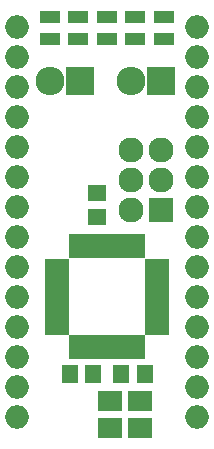
<source format=gts>
G04 #@! TF.FileFunction,Soldermask,Top*
%FSLAX46Y46*%
G04 Gerber Fmt 4.6, Leading zero omitted, Abs format (unit mm)*
G04 Created by KiCad (PCBNEW 4.0.2-stable) date 6/14/2016 9:54:22 PM*
%MOMM*%
G01*
G04 APERTURE LIST*
%ADD10C,0.100000*%
%ADD11R,1.650000X1.400000*%
%ADD12R,1.400000X1.650000*%
%ADD13R,2.432000X2.432000*%
%ADD14O,2.432000X2.432000*%
%ADD15R,1.700000X1.100000*%
%ADD16R,0.950000X2.000000*%
%ADD17R,2.000000X0.950000*%
%ADD18R,2.000000X1.800000*%
%ADD19R,2.127200X2.127200*%
%ADD20O,2.127200X2.127200*%
%ADD21O,2.000000X2.000000*%
G04 APERTURE END LIST*
D10*
D11*
X156908500Y-136509000D03*
X156908500Y-134509000D03*
D12*
X156575000Y-149796500D03*
X154575000Y-149796500D03*
X158956500Y-149796500D03*
X160956500Y-149796500D03*
D13*
X155448000Y-124968000D03*
D14*
X152908000Y-124968000D03*
D13*
X162306000Y-124968000D03*
D14*
X159766000Y-124968000D03*
D15*
X162560000Y-121473000D03*
X162560000Y-119573000D03*
X160147000Y-119573000D03*
X160147000Y-121473000D03*
X157734000Y-119573000D03*
X157734000Y-121473000D03*
X155321000Y-119573000D03*
X155321000Y-121473000D03*
X152908000Y-121473000D03*
X152908000Y-119573000D03*
D16*
X154934000Y-147506000D03*
X155734000Y-147506000D03*
X156534000Y-147506000D03*
X157334000Y-147506000D03*
X158134000Y-147506000D03*
X158934000Y-147506000D03*
X159734000Y-147506000D03*
X160534000Y-147506000D03*
D17*
X161984000Y-146056000D03*
X161984000Y-145256000D03*
X161984000Y-144456000D03*
X161984000Y-143656000D03*
X161984000Y-142856000D03*
X161984000Y-142056000D03*
X161984000Y-141256000D03*
X161984000Y-140456000D03*
D16*
X160534000Y-139006000D03*
X159734000Y-139006000D03*
X158934000Y-139006000D03*
X158134000Y-139006000D03*
X157334000Y-139006000D03*
X156534000Y-139006000D03*
X155734000Y-139006000D03*
X154934000Y-139006000D03*
D17*
X153484000Y-140456000D03*
X153484000Y-141256000D03*
X153484000Y-142056000D03*
X153484000Y-142856000D03*
X153484000Y-143656000D03*
X153484000Y-144456000D03*
X153484000Y-145256000D03*
X153484000Y-146056000D03*
D18*
X160508000Y-152102500D03*
X160508000Y-154352500D03*
X158008000Y-152102500D03*
X158008000Y-154352500D03*
D19*
X162306000Y-135890000D03*
D20*
X159766000Y-135890000D03*
X162306000Y-133350000D03*
X159766000Y-133350000D03*
X162306000Y-130810000D03*
X159766000Y-130810000D03*
D21*
X150114000Y-120396000D03*
X150114000Y-122936000D03*
X150114000Y-125476000D03*
X150114000Y-128016000D03*
X150114000Y-130556000D03*
X150114000Y-133096000D03*
X150114000Y-135636000D03*
X150114000Y-138176000D03*
X150114000Y-140716000D03*
X150114000Y-143256000D03*
X150114000Y-145796000D03*
X150114000Y-148336000D03*
X150114000Y-150876000D03*
X150114000Y-153416000D03*
X165354000Y-153416000D03*
X165354000Y-150876000D03*
X165354000Y-148336000D03*
X165354000Y-145796000D03*
X165354000Y-143256000D03*
X165354000Y-140716000D03*
X165354000Y-138176000D03*
X165354000Y-135636000D03*
X165354000Y-133096000D03*
X165354000Y-130556000D03*
X165354000Y-128016000D03*
X165354000Y-125476000D03*
X165354000Y-122936000D03*
X165354000Y-120396000D03*
M02*

</source>
